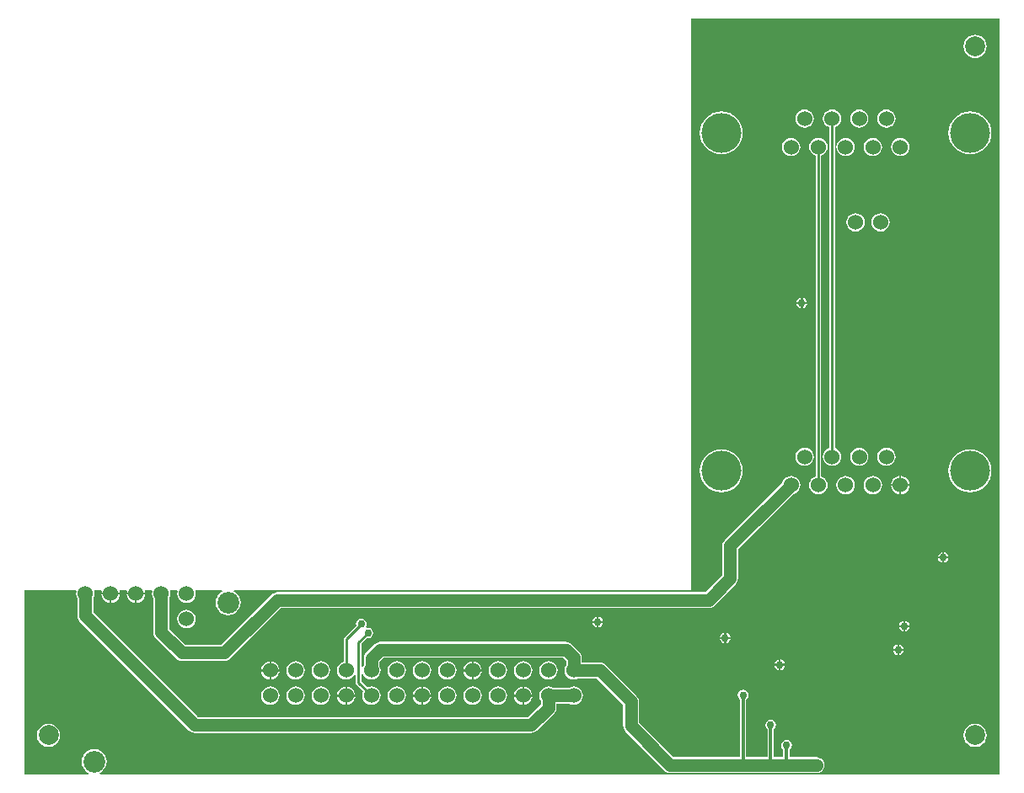
<source format=gbl>
G04 Layer_Physical_Order=2*
G04 Layer_Color=16711680*
%FSLAX44Y44*%
%MOMM*%
G71*
G01*
G75*
%ADD18C,0.2540*%
%ADD21C,0.3048*%
%ADD22C,1.5240*%
%ADD23C,4.0000*%
%ADD24C,2.1844*%
%ADD25C,2.0000*%
%ADD26C,0.7620*%
%ADD27C,1.2700*%
G36*
X990000Y10000D02*
X85992D01*
X85739Y11270D01*
X86139Y11436D01*
X86297Y11593D01*
X86512Y11651D01*
X88794Y13402D01*
X88905Y13595D01*
X89098Y13706D01*
X90849Y15988D01*
X90907Y16203D01*
X91064Y16361D01*
X92165Y19017D01*
Y19240D01*
X92276Y19433D01*
X92652Y22285D01*
X92594Y22500D01*
X92652Y22715D01*
X92276Y25566D01*
X92165Y25760D01*
Y25982D01*
X91064Y28639D01*
X90907Y28797D01*
X90849Y29012D01*
X89098Y31294D01*
X88905Y31405D01*
X88794Y31598D01*
X86512Y33349D01*
X86297Y33407D01*
X86139Y33564D01*
X83483Y34665D01*
X83259D01*
X83067Y34776D01*
X80215Y35152D01*
X80105Y35122D01*
X80000Y35166D01*
X79895Y35122D01*
X79785Y35152D01*
X76933Y34776D01*
X76740Y34665D01*
X76518D01*
X73861Y33564D01*
X73703Y33407D01*
X73488Y33349D01*
X71206Y31598D01*
X71095Y31405D01*
X70902Y31294D01*
X69151Y29012D01*
X69093Y28797D01*
X68936Y28639D01*
X67835Y25982D01*
Y25760D01*
X67724Y25566D01*
X67348Y22715D01*
X67406Y22500D01*
X67348Y22285D01*
X67724Y19433D01*
X67835Y19240D01*
Y19017D01*
X68936Y16361D01*
X69093Y16203D01*
X69151Y15988D01*
X70902Y13706D01*
X71095Y13595D01*
X71206Y13402D01*
X73488Y11651D01*
X73703Y11593D01*
X73861Y11436D01*
X74261Y11270D01*
X74008Y10000D01*
X10000D01*
Y195000D01*
X61557D01*
X62183Y194062D01*
X62193Y193730D01*
X61887Y191410D01*
X62201Y189023D01*
X63123Y186799D01*
X63168Y186740D01*
Y169428D01*
X63168Y169428D01*
X63303Y168400D01*
X63439Y167372D01*
X64232Y165457D01*
X65494Y163812D01*
X175486Y53820D01*
X177131Y52558D01*
X179046Y51765D01*
X180074Y51629D01*
X181102Y51494D01*
X181102Y51494D01*
X519176D01*
X519176Y51494D01*
X520204Y51629D01*
X521231Y51765D01*
X523147Y52558D01*
X524792Y53820D01*
X542216Y71244D01*
X543478Y72889D01*
X543943Y74011D01*
X544271Y74805D01*
X544407Y75832D01*
X544542Y76860D01*
X544542Y76860D01*
Y80958D01*
X557329D01*
X557388Y80913D01*
X559613Y79991D01*
X562000Y79677D01*
X564387Y79991D01*
X566611Y80913D01*
X568522Y82378D01*
X569987Y84289D01*
X570909Y86513D01*
X571223Y88900D01*
X570909Y91287D01*
X569987Y93511D01*
X568522Y95422D01*
X566611Y96887D01*
X564387Y97809D01*
X562000Y98123D01*
X559613Y97809D01*
X557388Y96887D01*
X557329Y96842D01*
X541270D01*
X541211Y96887D01*
X538987Y97809D01*
X536600Y98123D01*
X534213Y97809D01*
X531988Y96887D01*
X530078Y95422D01*
X528613Y93511D01*
X527691Y91287D01*
X527377Y88900D01*
X527691Y86513D01*
X528613Y84289D01*
X528658Y84229D01*
Y80150D01*
X515886Y67378D01*
X184392D01*
X79052Y172718D01*
Y186740D01*
X79097Y186799D01*
X80019Y189023D01*
X80333Y191410D01*
X80027Y193730D01*
X80037Y194062D01*
X80663Y195000D01*
X86957D01*
X87583Y194062D01*
X87592Y193730D01*
X87421Y192426D01*
X96510D01*
X105599D01*
X105427Y193730D01*
X105437Y194062D01*
X106063Y195000D01*
X112357D01*
X112983Y194062D01*
X112992Y193730D01*
X112821Y192426D01*
X121910D01*
Y191410D01*
D01*
Y192426D01*
X130999D01*
X130827Y193730D01*
X130837Y194062D01*
X131463Y195000D01*
X137757D01*
X138383Y194062D01*
X138392Y193730D01*
X138087Y191410D01*
X138401Y189023D01*
X139323Y186799D01*
X139368Y186740D01*
Y152690D01*
X139368Y152690D01*
X139503Y151662D01*
X139639Y150634D01*
X140432Y148719D01*
X141694Y147074D01*
X162384Y126384D01*
X164029Y125122D01*
X165944Y124329D01*
X168000Y124058D01*
X211000D01*
X211000Y124058D01*
X212028Y124193D01*
X213055Y124329D01*
X214971Y125122D01*
X216616Y126384D01*
X267290Y177058D01*
X697500D01*
X697500Y177058D01*
X699556Y177329D01*
X701471Y178122D01*
X703116Y179384D01*
X724616Y200884D01*
X724616Y200884D01*
X725878Y202529D01*
X726671Y204445D01*
X726942Y206500D01*
X726942Y206500D01*
Y236310D01*
X782513Y291882D01*
X782587Y291891D01*
X784811Y292813D01*
X786722Y294278D01*
X788187Y296189D01*
X789109Y298413D01*
X789423Y300800D01*
X789109Y303187D01*
X788187Y305411D01*
X786722Y307322D01*
X784811Y308787D01*
X782587Y309709D01*
X780200Y310023D01*
X777813Y309709D01*
X775589Y308787D01*
X773678Y307322D01*
X772213Y305411D01*
X771291Y303187D01*
X771282Y303113D01*
X713384Y245216D01*
X712122Y243571D01*
X711329Y241656D01*
X711058Y239600D01*
X711058Y239600D01*
Y209790D01*
X694210Y192942D01*
X264000D01*
X261945Y192671D01*
X260029Y191878D01*
X258384Y190616D01*
X258384Y190616D01*
X207710Y139942D01*
X171290D01*
X155252Y155980D01*
Y186740D01*
X155297Y186799D01*
X156219Y189023D01*
X156533Y191410D01*
X156227Y193730D01*
X156237Y194062D01*
X156863Y195000D01*
X163157D01*
X163783Y194062D01*
X163792Y193730D01*
X163487Y191410D01*
X163801Y189023D01*
X164723Y186799D01*
X166188Y184888D01*
X168099Y183423D01*
X170323Y182501D01*
X172710Y182187D01*
X175097Y182501D01*
X177321Y183423D01*
X179232Y184888D01*
X180697Y186799D01*
X181619Y189023D01*
X181933Y191410D01*
X181627Y193730D01*
X181637Y194062D01*
X182263Y195000D01*
X208580D01*
X208832Y193730D01*
X208481Y193584D01*
X208323Y193427D01*
X208108Y193369D01*
X205826Y191618D01*
X205715Y191425D01*
X205522Y191314D01*
X203771Y189032D01*
X203713Y188817D01*
X203556Y188659D01*
X202455Y186003D01*
Y185780D01*
X202344Y185586D01*
X201968Y182735D01*
X202026Y182520D01*
X201968Y182305D01*
X202344Y179454D01*
X202455Y179260D01*
Y179037D01*
X203556Y176381D01*
X203713Y176223D01*
X203771Y176008D01*
X205522Y173726D01*
X205715Y173615D01*
X205826Y173422D01*
X208108Y171671D01*
X208323Y171613D01*
X208481Y171456D01*
X211138Y170355D01*
X211360D01*
X211553Y170244D01*
X214405Y169868D01*
X214515Y169898D01*
X214620Y169854D01*
X214725Y169898D01*
X214835Y169868D01*
X217687Y170244D01*
X217880Y170355D01*
X218102D01*
X220759Y171456D01*
X220917Y171613D01*
X221132Y171671D01*
X223414Y173422D01*
X223525Y173615D01*
X223718Y173726D01*
X225469Y176008D01*
X225527Y176223D01*
X225684Y176381D01*
X226785Y179037D01*
Y179260D01*
X226896Y179454D01*
X227272Y182305D01*
X227214Y182520D01*
X227272Y182735D01*
X226896Y185586D01*
X226785Y185780D01*
Y186003D01*
X225684Y188659D01*
X225527Y188817D01*
X225469Y189032D01*
X223718Y191314D01*
X223525Y191425D01*
X223414Y191618D01*
X221132Y193369D01*
X220917Y193427D01*
X220759Y193584D01*
X220408Y193730D01*
X220660Y195000D01*
X680000D01*
Y770000D01*
X990000D01*
Y10000D01*
D02*
G37*
%LPC*%
G36*
X469489Y113284D02*
X461416D01*
Y105211D01*
X462787Y105391D01*
X465011Y106313D01*
X466922Y107778D01*
X468387Y109689D01*
X469309Y111913D01*
X469489Y113284D01*
D02*
G37*
G36*
X266289D02*
X258216D01*
Y105211D01*
X259587Y105391D01*
X261811Y106313D01*
X263722Y107778D01*
X265187Y109689D01*
X266109Y111913D01*
X266289Y113284D01*
D02*
G37*
G36*
X767734Y118984D02*
X763514D01*
X763726Y117919D01*
X764905Y116154D01*
X766669Y114975D01*
X767734Y114763D01*
Y118984D01*
D02*
G37*
G36*
X459384Y123389D02*
X458013Y123209D01*
X455788Y122287D01*
X453878Y120822D01*
X452413Y118911D01*
X451491Y116687D01*
X451311Y115316D01*
X459384D01*
Y123389D01*
D02*
G37*
G36*
X773987Y118984D02*
X769766D01*
Y114763D01*
X770832Y114975D01*
X772596Y116154D01*
X773775Y117919D01*
X773987Y118984D01*
D02*
G37*
G36*
X459384Y113284D02*
X451311D01*
X451491Y111913D01*
X452413Y109689D01*
X453878Y107778D01*
X455788Y106313D01*
X458013Y105391D01*
X459384Y105211D01*
Y113284D01*
D02*
G37*
G36*
X485800Y123523D02*
X483413Y123209D01*
X481189Y122287D01*
X479278Y120822D01*
X477813Y118911D01*
X476891Y116687D01*
X476577Y114300D01*
X476891Y111913D01*
X477813Y109689D01*
X479278Y107778D01*
X481189Y106313D01*
X483413Y105391D01*
X485800Y105077D01*
X488187Y105391D01*
X490411Y106313D01*
X492322Y107778D01*
X493787Y109689D01*
X494709Y111913D01*
X495023Y114300D01*
X494709Y116687D01*
X493787Y118911D01*
X492322Y120822D01*
X490411Y122287D01*
X488187Y123209D01*
X485800Y123523D01*
D02*
G37*
G36*
X435000D02*
X432613Y123209D01*
X430388Y122287D01*
X428478Y120822D01*
X427013Y118911D01*
X426091Y116687D01*
X425777Y114300D01*
X426091Y111913D01*
X427013Y109689D01*
X428478Y107778D01*
X430388Y106313D01*
X432613Y105391D01*
X435000Y105077D01*
X437387Y105391D01*
X439611Y106313D01*
X441522Y107778D01*
X442987Y109689D01*
X443909Y111913D01*
X444223Y114300D01*
X443909Y116687D01*
X442987Y118911D01*
X441522Y120822D01*
X439611Y122287D01*
X437387Y123209D01*
X435000Y123523D01*
D02*
G37*
G36*
X511200D02*
X508813Y123209D01*
X506589Y122287D01*
X504678Y120822D01*
X503213Y118911D01*
X502291Y116687D01*
X501977Y114300D01*
X502291Y111913D01*
X503213Y109689D01*
X504678Y107778D01*
X506589Y106313D01*
X508813Y105391D01*
X511200Y105077D01*
X513587Y105391D01*
X515811Y106313D01*
X517722Y107778D01*
X519187Y109689D01*
X520109Y111913D01*
X520423Y114300D01*
X520109Y116687D01*
X519187Y118911D01*
X517722Y120822D01*
X515811Y122287D01*
X513587Y123209D01*
X511200Y123523D01*
D02*
G37*
G36*
X256184Y113284D02*
X248111D01*
X248291Y111913D01*
X249213Y109689D01*
X250678Y107778D01*
X252589Y106313D01*
X254813Y105391D01*
X256184Y105211D01*
Y113284D01*
D02*
G37*
G36*
X536600Y123523D02*
X534213Y123209D01*
X531988Y122287D01*
X530078Y120822D01*
X528613Y118911D01*
X527691Y116687D01*
X527377Y114300D01*
X527691Y111913D01*
X528613Y109689D01*
X530078Y107778D01*
X531988Y106313D01*
X534213Y105391D01*
X536600Y105077D01*
X538987Y105391D01*
X541211Y106313D01*
X543122Y107778D01*
X544587Y109689D01*
X545509Y111913D01*
X545823Y114300D01*
X545509Y116687D01*
X544587Y118911D01*
X543122Y120822D01*
X541211Y122287D01*
X538987Y123209D01*
X536600Y123523D01*
D02*
G37*
G36*
X256184Y123389D02*
X254813Y123209D01*
X252589Y122287D01*
X250678Y120822D01*
X249213Y118911D01*
X248291Y116687D01*
X248111Y115316D01*
X256184D01*
Y123389D01*
D02*
G37*
G36*
X886984Y140236D02*
X885919Y140024D01*
X884155Y138845D01*
X882976Y137081D01*
X882764Y136016D01*
X886984D01*
Y140236D01*
D02*
G37*
G36*
X893237Y133984D02*
X889016D01*
Y129763D01*
X890081Y129975D01*
X891846Y131154D01*
X893025Y132919D01*
X893237Y133984D01*
D02*
G37*
G36*
X889016Y140236D02*
Y136016D01*
X893237D01*
X893025Y137081D01*
X891846Y138845D01*
X890081Y140024D01*
X889016Y140236D01*
D02*
G37*
G36*
X719237Y145984D02*
X715016D01*
Y141763D01*
X716081Y141975D01*
X717846Y143154D01*
X719025Y144919D01*
X719237Y145984D01*
D02*
G37*
G36*
X712984D02*
X708764D01*
X708976Y144919D01*
X710154Y143154D01*
X711919Y141975D01*
X712984Y141763D01*
Y145984D01*
D02*
G37*
G36*
X886984Y133984D02*
X882764D01*
X882976Y132919D01*
X884155Y131154D01*
X885919Y129975D01*
X886984Y129763D01*
Y133984D01*
D02*
G37*
G36*
X461416Y123389D02*
Y115316D01*
X469489D01*
X469309Y116687D01*
X468387Y118911D01*
X466922Y120822D01*
X465011Y122287D01*
X462787Y123209D01*
X461416Y123389D01*
D02*
G37*
G36*
X348488Y166474D02*
X346407Y166061D01*
X344642Y164882D01*
X343464Y163117D01*
X343050Y161036D01*
X343283Y159860D01*
X331386Y147962D01*
X330768Y147038D01*
X330551Y145948D01*
X330551Y145948D01*
Y123017D01*
X328788Y122287D01*
X326878Y120822D01*
X325413Y118911D01*
X324491Y116687D01*
X324177Y114300D01*
X324491Y111913D01*
X325413Y109689D01*
X326878Y107778D01*
X328788Y106313D01*
X331013Y105391D01*
X333400Y105077D01*
X335787Y105391D01*
X338011Y106313D01*
X339922Y107778D01*
X341387Y109689D01*
X341575Y110142D01*
X342845Y109890D01*
Y102006D01*
X342845Y102006D01*
X343062Y100916D01*
X343680Y99992D01*
X350621Y93050D01*
X349891Y91287D01*
X349577Y88900D01*
X349891Y86513D01*
X350813Y84289D01*
X352278Y82378D01*
X354188Y80913D01*
X356413Y79991D01*
X358800Y79677D01*
X361187Y79991D01*
X363411Y80913D01*
X365322Y82378D01*
X366787Y84289D01*
X367709Y86513D01*
X368023Y88900D01*
X367709Y91287D01*
X366787Y93511D01*
X365322Y95422D01*
X363411Y96887D01*
X361187Y97809D01*
X358800Y98123D01*
X356413Y97809D01*
X354650Y97079D01*
X348543Y103186D01*
Y112427D01*
X349813Y112510D01*
X349891Y111913D01*
X350813Y109689D01*
X352278Y107778D01*
X354188Y106313D01*
X356413Y105391D01*
X358800Y105077D01*
X361187Y105391D01*
X363411Y106313D01*
X365322Y107778D01*
X366787Y109689D01*
X367709Y111913D01*
X368023Y114300D01*
X367709Y116687D01*
X366787Y118911D01*
X366742Y118970D01*
Y123100D01*
X370764Y127122D01*
X550748D01*
X554058Y123812D01*
Y118970D01*
X554013Y118911D01*
X553091Y116687D01*
X552777Y114300D01*
X553091Y111913D01*
X554013Y109689D01*
X555478Y107778D01*
X557388Y106313D01*
X559613Y105391D01*
X562000Y105077D01*
X564387Y105391D01*
X566611Y106313D01*
X566670Y106358D01*
X584974D01*
X611558Y79774D01*
Y58426D01*
X611558Y58426D01*
X611693Y57398D01*
X611829Y56371D01*
X612622Y54455D01*
X613884Y52810D01*
X653060Y13634D01*
X653060Y13634D01*
X654705Y12372D01*
X656620Y11579D01*
X658676Y11308D01*
X805942D01*
X807998Y11579D01*
X809913Y12372D01*
X811558Y13634D01*
X812820Y15279D01*
X813613Y17194D01*
X813884Y19250D01*
X813613Y21305D01*
X812820Y23221D01*
X811558Y24866D01*
X809913Y26128D01*
X807998Y26921D01*
X805942Y27192D01*
X778608D01*
Y34661D01*
X779346Y35154D01*
X780525Y36919D01*
X780938Y39000D01*
X780525Y41081D01*
X779346Y42846D01*
X777581Y44025D01*
X775500Y44439D01*
X773419Y44025D01*
X771654Y42846D01*
X770475Y41081D01*
X770061Y39000D01*
X770475Y36919D01*
X771654Y35154D01*
X772392Y34661D01*
Y27192D01*
X762858D01*
Y55161D01*
X763596Y55654D01*
X764774Y57419D01*
X765189Y59500D01*
X764774Y61581D01*
X763596Y63346D01*
X761831Y64524D01*
X759750Y64939D01*
X757669Y64524D01*
X755904Y63346D01*
X754725Y61581D01*
X754312Y59500D01*
X754725Y57419D01*
X755904Y55654D01*
X756642Y55161D01*
Y27192D01*
X735108D01*
Y85161D01*
X735846Y85654D01*
X737025Y87419D01*
X737439Y89500D01*
X737025Y91581D01*
X735846Y93346D01*
X734081Y94524D01*
X732000Y94938D01*
X729919Y94524D01*
X728154Y93346D01*
X726975Y91581D01*
X726562Y89500D01*
X726975Y87419D01*
X728154Y85654D01*
X728892Y85161D01*
Y27192D01*
X661966D01*
X627442Y61716D01*
Y83064D01*
X627442Y83064D01*
X627171Y85119D01*
X626378Y87035D01*
X625116Y88680D01*
X593880Y119916D01*
X592235Y121178D01*
X590320Y121971D01*
X589292Y122107D01*
X588264Y122242D01*
X588264Y122242D01*
X569942D01*
Y127102D01*
X569942Y127102D01*
X569671Y129157D01*
X568878Y131073D01*
X567616Y132718D01*
X559654Y140680D01*
X558009Y141942D01*
X556093Y142735D01*
X555066Y142871D01*
X554038Y143006D01*
X554038Y143006D01*
X367474D01*
X365419Y142735D01*
X363503Y141942D01*
X361858Y140680D01*
X361858Y140680D01*
X353184Y132006D01*
X351922Y130361D01*
X351129Y128446D01*
X350993Y127418D01*
X350858Y126390D01*
X350858Y126390D01*
Y118970D01*
X350813Y118911D01*
X349891Y116687D01*
X349813Y116090D01*
X348543Y116173D01*
Y141314D01*
X353916Y146687D01*
X355092Y146454D01*
X357173Y146868D01*
X358938Y148046D01*
X360117Y149811D01*
X360531Y151892D01*
X360117Y153973D01*
X358938Y155738D01*
X357173Y156917D01*
X355092Y157331D01*
X353780Y157070D01*
X353017Y158213D01*
X353512Y158955D01*
X353927Y161036D01*
X353512Y163117D01*
X352334Y164882D01*
X350569Y166061D01*
X348488Y166474D01*
D02*
G37*
G36*
X258216Y123389D02*
Y115316D01*
X266289D01*
X266109Y116687D01*
X265187Y118911D01*
X263722Y120822D01*
X261811Y122287D01*
X259587Y123209D01*
X258216Y123389D01*
D02*
G37*
G36*
X769766Y125236D02*
Y121016D01*
X773987D01*
X773775Y122081D01*
X772596Y123845D01*
X770832Y125024D01*
X769766Y125236D01*
D02*
G37*
G36*
X767734D02*
X766669Y125024D01*
X764905Y123845D01*
X763726Y122081D01*
X763514Y121016D01*
X767734D01*
Y125236D01*
D02*
G37*
G36*
X409600Y123523D02*
X407213Y123209D01*
X404989Y122287D01*
X403078Y120822D01*
X401613Y118911D01*
X400691Y116687D01*
X400377Y114300D01*
X400691Y111913D01*
X401613Y109689D01*
X403078Y107778D01*
X404989Y106313D01*
X407213Y105391D01*
X409600Y105077D01*
X411987Y105391D01*
X414211Y106313D01*
X416122Y107778D01*
X417587Y109689D01*
X418509Y111913D01*
X418823Y114300D01*
X418509Y116687D01*
X417587Y118911D01*
X416122Y120822D01*
X414211Y122287D01*
X411987Y123209D01*
X409600Y123523D01*
D02*
G37*
G36*
X485800Y98123D02*
X483413Y97809D01*
X481189Y96887D01*
X479278Y95422D01*
X477813Y93511D01*
X476891Y91287D01*
X476577Y88900D01*
X476891Y86513D01*
X477813Y84289D01*
X479278Y82378D01*
X481189Y80913D01*
X483413Y79991D01*
X485800Y79677D01*
X488187Y79991D01*
X490411Y80913D01*
X492322Y82378D01*
X493787Y84289D01*
X494709Y86513D01*
X495023Y88900D01*
X494709Y91287D01*
X493787Y93511D01*
X492322Y95422D01*
X490411Y96887D01*
X488187Y97809D01*
X485800Y98123D01*
D02*
G37*
G36*
X460400D02*
X458013Y97809D01*
X455788Y96887D01*
X453878Y95422D01*
X452413Y93511D01*
X451491Y91287D01*
X451177Y88900D01*
X451491Y86513D01*
X452413Y84289D01*
X453878Y82378D01*
X455788Y80913D01*
X458013Y79991D01*
X460400Y79677D01*
X462787Y79991D01*
X465011Y80913D01*
X466922Y82378D01*
X468387Y84289D01*
X469309Y86513D01*
X469623Y88900D01*
X469309Y91287D01*
X468387Y93511D01*
X466922Y95422D01*
X465011Y96887D01*
X462787Y97809D01*
X460400Y98123D01*
D02*
G37*
G36*
X435000D02*
X432613Y97809D01*
X430388Y96887D01*
X428478Y95422D01*
X427013Y93511D01*
X426091Y91287D01*
X425777Y88900D01*
X426091Y86513D01*
X427013Y84289D01*
X428478Y82378D01*
X430388Y80913D01*
X432613Y79991D01*
X435000Y79677D01*
X437387Y79991D01*
X439611Y80913D01*
X441522Y82378D01*
X442987Y84289D01*
X443909Y86513D01*
X444223Y88900D01*
X443909Y91287D01*
X442987Y93511D01*
X441522Y95422D01*
X439611Y96887D01*
X437387Y97809D01*
X435000Y98123D01*
D02*
G37*
G36*
X510184Y87884D02*
X502111D01*
X502291Y86513D01*
X503213Y84289D01*
X504678Y82378D01*
X506589Y80913D01*
X508813Y79991D01*
X510184Y79811D01*
Y87884D01*
D02*
G37*
G36*
X408584D02*
X400511D01*
X400691Y86513D01*
X401613Y84289D01*
X403078Y82378D01*
X404989Y80913D01*
X407213Y79991D01*
X408584Y79811D01*
Y87884D01*
D02*
G37*
G36*
X332384D02*
X324311D01*
X324491Y86513D01*
X325413Y84289D01*
X326878Y82378D01*
X328788Y80913D01*
X331013Y79991D01*
X332384Y79811D01*
Y87884D01*
D02*
G37*
G36*
X257200Y98123D02*
X254813Y97809D01*
X252589Y96887D01*
X250678Y95422D01*
X249213Y93511D01*
X248291Y91287D01*
X247977Y88900D01*
X248291Y86513D01*
X249213Y84289D01*
X250678Y82378D01*
X252589Y80913D01*
X254813Y79991D01*
X257200Y79677D01*
X259587Y79991D01*
X261811Y80913D01*
X263722Y82378D01*
X265187Y84289D01*
X266109Y86513D01*
X266423Y88900D01*
X266109Y91287D01*
X265187Y93511D01*
X263722Y95422D01*
X261811Y96887D01*
X259587Y97809D01*
X257200Y98123D01*
D02*
G37*
G36*
X965100Y60736D02*
X964995Y60692D01*
X964885Y60722D01*
X962274Y60378D01*
X962081Y60267D01*
X961858D01*
X959426Y59259D01*
X959268Y59102D01*
X959053Y59044D01*
X956964Y57441D01*
X956852Y57248D01*
X956659Y57136D01*
X955056Y55047D01*
X954999Y54832D01*
X954841Y54675D01*
X953833Y52242D01*
Y52019D01*
X953722Y51826D01*
X953378Y49215D01*
X953436Y49000D01*
X953378Y48785D01*
X953722Y46174D01*
X953833Y45981D01*
Y45758D01*
X954841Y43326D01*
X954999Y43168D01*
X955056Y42953D01*
X956659Y40864D01*
X956852Y40752D01*
X956964Y40559D01*
X959053Y38956D01*
X959268Y38899D01*
X959426Y38741D01*
X961858Y37734D01*
X962081D01*
X962274Y37622D01*
X964885Y37278D01*
X964995Y37308D01*
X965100Y37264D01*
X965205Y37308D01*
X965315Y37278D01*
X967926Y37622D01*
X968119Y37734D01*
X968342D01*
X970775Y38741D01*
X970932Y38899D01*
X971147Y38956D01*
X973236Y40559D01*
X973348Y40752D01*
X973541Y40864D01*
X975144Y42953D01*
X975201Y43168D01*
X975359Y43326D01*
X976367Y45758D01*
Y45981D01*
X976478Y46174D01*
X976822Y48785D01*
X976764Y49000D01*
X976822Y49215D01*
X976478Y51826D01*
X976367Y52019D01*
Y52242D01*
X975359Y54675D01*
X975201Y54832D01*
X975144Y55047D01*
X973541Y57136D01*
X973348Y57248D01*
X973236Y57441D01*
X971147Y59044D01*
X970932Y59102D01*
X970775Y59259D01*
X968342Y60267D01*
X968119D01*
X967926Y60378D01*
X965315Y60722D01*
X965205Y60692D01*
X965100Y60736D01*
D02*
G37*
G36*
X34200D02*
X34095Y60692D01*
X33985Y60722D01*
X31374Y60378D01*
X31181Y60267D01*
X30958D01*
X28526Y59259D01*
X28368Y59102D01*
X28153Y59044D01*
X26064Y57441D01*
X25952Y57248D01*
X25759Y57136D01*
X24156Y55047D01*
X24099Y54832D01*
X23941Y54675D01*
X22933Y52242D01*
Y52019D01*
X22822Y51826D01*
X22478Y49215D01*
X22536Y49000D01*
X22478Y48785D01*
X22822Y46174D01*
X22934Y45981D01*
Y45758D01*
X23941Y43326D01*
X24099Y43168D01*
X24156Y42953D01*
X25759Y40864D01*
X25952Y40752D01*
X26064Y40559D01*
X28153Y38956D01*
X28368Y38899D01*
X28526Y38741D01*
X30958Y37734D01*
X31181D01*
X31374Y37622D01*
X33985Y37278D01*
X34095Y37308D01*
X34200Y37264D01*
X34305Y37308D01*
X34416Y37278D01*
X37026Y37622D01*
X37219Y37734D01*
X37442D01*
X39875Y38741D01*
X40032Y38899D01*
X40248Y38956D01*
X42336Y40559D01*
X42448Y40752D01*
X42641Y40864D01*
X44244Y42953D01*
X44302Y43168D01*
X44459Y43326D01*
X45467Y45758D01*
Y45981D01*
X45578Y46174D01*
X45922Y48785D01*
X45864Y49000D01*
X45922Y49215D01*
X45578Y51826D01*
X45467Y52019D01*
Y52242D01*
X44459Y54675D01*
X44302Y54832D01*
X44244Y55047D01*
X42641Y57136D01*
X42448Y57248D01*
X42336Y57441D01*
X40248Y59044D01*
X40032Y59102D01*
X39875Y59259D01*
X37442Y60267D01*
X37219D01*
X37026Y60378D01*
X34416Y60722D01*
X34305Y60692D01*
X34200Y60736D01*
D02*
G37*
G36*
X384200Y98123D02*
X381813Y97809D01*
X379589Y96887D01*
X377678Y95422D01*
X376213Y93511D01*
X375291Y91287D01*
X374977Y88900D01*
X375291Y86513D01*
X376213Y84289D01*
X377678Y82378D01*
X379589Y80913D01*
X381813Y79991D01*
X384200Y79677D01*
X386587Y79991D01*
X388811Y80913D01*
X390722Y82378D01*
X392187Y84289D01*
X393109Y86513D01*
X393423Y88900D01*
X393109Y91287D01*
X392187Y93511D01*
X390722Y95422D01*
X388811Y96887D01*
X386587Y97809D01*
X384200Y98123D01*
D02*
G37*
G36*
X308000D02*
X305613Y97809D01*
X303389Y96887D01*
X301478Y95422D01*
X300013Y93511D01*
X299091Y91287D01*
X298777Y88900D01*
X299091Y86513D01*
X300013Y84289D01*
X301478Y82378D01*
X303389Y80913D01*
X305613Y79991D01*
X308000Y79677D01*
X310387Y79991D01*
X312611Y80913D01*
X314522Y82378D01*
X315987Y84289D01*
X316909Y86513D01*
X317223Y88900D01*
X316909Y91287D01*
X315987Y93511D01*
X314522Y95422D01*
X312611Y96887D01*
X310387Y97809D01*
X308000Y98123D01*
D02*
G37*
G36*
X282600D02*
X280213Y97809D01*
X277988Y96887D01*
X276078Y95422D01*
X274613Y93511D01*
X273691Y91287D01*
X273377Y88900D01*
X273691Y86513D01*
X274613Y84289D01*
X276078Y82378D01*
X277988Y80913D01*
X280213Y79991D01*
X282600Y79677D01*
X284987Y79991D01*
X287211Y80913D01*
X289122Y82378D01*
X290587Y84289D01*
X291509Y86513D01*
X291823Y88900D01*
X291509Y91287D01*
X290587Y93511D01*
X289122Y95422D01*
X287211Y96887D01*
X284987Y97809D01*
X282600Y98123D01*
D02*
G37*
G36*
X410616Y97989D02*
Y89916D01*
X418689D01*
X418509Y91287D01*
X417587Y93511D01*
X416122Y95422D01*
X414211Y96887D01*
X411987Y97809D01*
X410616Y97989D01*
D02*
G37*
G36*
X334416D02*
Y89916D01*
X342489D01*
X342309Y91287D01*
X341387Y93511D01*
X339922Y95422D01*
X338011Y96887D01*
X335787Y97809D01*
X334416Y97989D01*
D02*
G37*
G36*
X512216D02*
Y89916D01*
X520289D01*
X520109Y91287D01*
X519187Y93511D01*
X517722Y95422D01*
X515811Y96887D01*
X513587Y97809D01*
X512216Y97989D01*
D02*
G37*
G36*
X384200Y123523D02*
X381813Y123209D01*
X379589Y122287D01*
X377678Y120822D01*
X376213Y118911D01*
X375291Y116687D01*
X374977Y114300D01*
X375291Y111913D01*
X376213Y109689D01*
X377678Y107778D01*
X379589Y106313D01*
X381813Y105391D01*
X384200Y105077D01*
X386587Y105391D01*
X388811Y106313D01*
X390722Y107778D01*
X392187Y109689D01*
X393109Y111913D01*
X393423Y114300D01*
X393109Y116687D01*
X392187Y118911D01*
X390722Y120822D01*
X388811Y122287D01*
X386587Y123209D01*
X384200Y123523D01*
D02*
G37*
G36*
X308000D02*
X305613Y123209D01*
X303389Y122287D01*
X301478Y120822D01*
X300013Y118911D01*
X299091Y116687D01*
X298777Y114300D01*
X299091Y111913D01*
X300013Y109689D01*
X301478Y107778D01*
X303389Y106313D01*
X305613Y105391D01*
X308000Y105077D01*
X310387Y105391D01*
X312611Y106313D01*
X314522Y107778D01*
X315987Y109689D01*
X316909Y111913D01*
X317223Y114300D01*
X316909Y116687D01*
X315987Y118911D01*
X314522Y120822D01*
X312611Y122287D01*
X310387Y123209D01*
X308000Y123523D01*
D02*
G37*
G36*
X282600D02*
X280213Y123209D01*
X277988Y122287D01*
X276078Y120822D01*
X274613Y118911D01*
X273691Y116687D01*
X273377Y114300D01*
X273691Y111913D01*
X274613Y109689D01*
X276078Y107778D01*
X277988Y106313D01*
X280213Y105391D01*
X282600Y105077D01*
X284987Y105391D01*
X287211Y106313D01*
X289122Y107778D01*
X290587Y109689D01*
X291509Y111913D01*
X291823Y114300D01*
X291509Y116687D01*
X290587Y118911D01*
X289122Y120822D01*
X287211Y122287D01*
X284987Y123209D01*
X282600Y123523D01*
D02*
G37*
G36*
X520289Y87884D02*
X512216D01*
Y79811D01*
X513587Y79991D01*
X515811Y80913D01*
X517722Y82378D01*
X519187Y84289D01*
X520109Y86513D01*
X520289Y87884D01*
D02*
G37*
G36*
X418689D02*
X410616D01*
Y79811D01*
X411987Y79991D01*
X414211Y80913D01*
X416122Y82378D01*
X417587Y84289D01*
X418509Y86513D01*
X418689Y87884D01*
D02*
G37*
G36*
X342489D02*
X334416D01*
Y79811D01*
X335787Y79991D01*
X338011Y80913D01*
X339922Y82378D01*
X341387Y84289D01*
X342309Y86513D01*
X342489Y87884D01*
D02*
G37*
G36*
X408584Y97989D02*
X407213Y97809D01*
X404989Y96887D01*
X403078Y95422D01*
X401613Y93511D01*
X400691Y91287D01*
X400511Y89916D01*
X408584D01*
Y97989D01*
D02*
G37*
G36*
X332384D02*
X331013Y97809D01*
X328788Y96887D01*
X326878Y95422D01*
X325413Y93511D01*
X324491Y91287D01*
X324311Y89916D01*
X332384D01*
Y97989D01*
D02*
G37*
G36*
X510184D02*
X508813Y97809D01*
X506589Y96887D01*
X504678Y95422D01*
X503213Y93511D01*
X502291Y91287D01*
X502111Y89916D01*
X510184D01*
Y97989D01*
D02*
G37*
G36*
X789984Y482734D02*
X785763D01*
X785975Y481669D01*
X787154Y479905D01*
X788919Y478726D01*
X789984Y478514D01*
Y482734D01*
D02*
G37*
G36*
X876100Y338423D02*
X873713Y338109D01*
X871489Y337187D01*
X869578Y335722D01*
X868113Y333811D01*
X867191Y331587D01*
X866877Y329200D01*
X867191Y326813D01*
X868113Y324589D01*
X869578Y322678D01*
X871489Y321213D01*
X873713Y320291D01*
X876100Y319977D01*
X878487Y320291D01*
X880711Y321213D01*
X882622Y322678D01*
X884087Y324589D01*
X885009Y326813D01*
X885323Y329200D01*
X885009Y331587D01*
X884087Y333811D01*
X882622Y335722D01*
X880711Y337187D01*
X878487Y338109D01*
X876100Y338423D01*
D02*
G37*
G36*
X848700D02*
X846313Y338109D01*
X844089Y337187D01*
X842178Y335722D01*
X840713Y333811D01*
X839791Y331587D01*
X839477Y329200D01*
X839791Y326813D01*
X840713Y324589D01*
X842178Y322678D01*
X844089Y321213D01*
X846313Y320291D01*
X848700Y319977D01*
X851087Y320291D01*
X853311Y321213D01*
X855222Y322678D01*
X856687Y324589D01*
X857609Y326813D01*
X857923Y329200D01*
X857609Y331587D01*
X856687Y333811D01*
X855222Y335722D01*
X853311Y337187D01*
X851087Y338109D01*
X848700Y338423D01*
D02*
G37*
G36*
X792016Y488987D02*
Y484766D01*
X796236D01*
X796024Y485831D01*
X794845Y487596D01*
X793081Y488775D01*
X792016Y488987D01*
D02*
G37*
G36*
X789984D02*
X788919Y488775D01*
X787154Y487596D01*
X785975Y485831D01*
X785763Y484766D01*
X789984D01*
Y488987D01*
D02*
G37*
G36*
X796236Y482734D02*
X792016D01*
Y478514D01*
X793081Y478726D01*
X794845Y479905D01*
X796024Y481669D01*
X796236Y482734D01*
D02*
G37*
G36*
X888784Y309889D02*
X887413Y309709D01*
X885189Y308787D01*
X883278Y307322D01*
X881813Y305411D01*
X880891Y303187D01*
X880711Y301816D01*
X888784D01*
Y309889D01*
D02*
G37*
G36*
X959950Y336628D02*
X955731Y336213D01*
X951673Y334982D01*
X947934Y332983D01*
X944657Y330293D01*
X941967Y327016D01*
X939968Y323277D01*
X938737Y319219D01*
X938322Y315000D01*
X938737Y310781D01*
X939968Y306723D01*
X941967Y302984D01*
X944657Y299707D01*
X947934Y297017D01*
X951673Y295018D01*
X955731Y293787D01*
X959950Y293372D01*
X964169Y293787D01*
X968227Y295018D01*
X971966Y297017D01*
X975243Y299707D01*
X977933Y302984D01*
X979932Y306723D01*
X981163Y310781D01*
X981578Y315000D01*
X981163Y319219D01*
X979932Y323277D01*
X977933Y327016D01*
X975243Y330293D01*
X971966Y332983D01*
X968227Y334982D01*
X964169Y336213D01*
X959950Y336628D01*
D02*
G37*
G36*
X710050D02*
X705831Y336213D01*
X701773Y334982D01*
X698034Y332983D01*
X694757Y330293D01*
X692067Y327016D01*
X690068Y323277D01*
X688838Y319219D01*
X688422Y315000D01*
X688838Y310781D01*
X690068Y306723D01*
X692067Y302984D01*
X694757Y299707D01*
X698034Y297017D01*
X701773Y295018D01*
X705831Y293787D01*
X710050Y293372D01*
X714269Y293787D01*
X718327Y295018D01*
X722066Y297017D01*
X725343Y299707D01*
X728033Y302984D01*
X730032Y306723D01*
X731263Y310781D01*
X731678Y315000D01*
X731263Y319219D01*
X730032Y323277D01*
X728033Y327016D01*
X725343Y330293D01*
X722066Y332983D01*
X718327Y334982D01*
X714269Y336213D01*
X710050Y336628D01*
D02*
G37*
G36*
X821300Y678423D02*
X818913Y678109D01*
X816689Y677187D01*
X814778Y675722D01*
X813313Y673811D01*
X812391Y671587D01*
X812077Y669200D01*
X812391Y666813D01*
X813313Y664589D01*
X814778Y662678D01*
X816689Y661213D01*
X818451Y660483D01*
Y337917D01*
X816689Y337187D01*
X814778Y335722D01*
X813313Y333811D01*
X812391Y331587D01*
X812077Y329200D01*
X812391Y326813D01*
X813313Y324589D01*
X814778Y322678D01*
X816689Y321213D01*
X818913Y320291D01*
X821300Y319977D01*
X823687Y320291D01*
X825911Y321213D01*
X827822Y322678D01*
X829287Y324589D01*
X830209Y326813D01*
X830523Y329200D01*
X830209Y331587D01*
X829287Y333811D01*
X827822Y335722D01*
X825911Y337187D01*
X824149Y337917D01*
Y660483D01*
X825911Y661213D01*
X827822Y662678D01*
X829287Y664589D01*
X830209Y666813D01*
X830523Y669200D01*
X830209Y671587D01*
X829287Y673811D01*
X827822Y675722D01*
X825911Y677187D01*
X823687Y678109D01*
X821300Y678423D01*
D02*
G37*
G36*
X793900Y338423D02*
X791513Y338109D01*
X789289Y337187D01*
X787378Y335722D01*
X785913Y333811D01*
X784991Y331587D01*
X784677Y329200D01*
X784991Y326813D01*
X785913Y324589D01*
X787378Y322678D01*
X789289Y321213D01*
X791513Y320291D01*
X793900Y319977D01*
X796287Y320291D01*
X798512Y321213D01*
X800422Y322678D01*
X801887Y324589D01*
X802809Y326813D01*
X803123Y329200D01*
X802809Y331587D01*
X801887Y333811D01*
X800422Y335722D01*
X798512Y337187D01*
X796287Y338109D01*
X793900Y338423D01*
D02*
G37*
G36*
X890816Y309889D02*
Y301816D01*
X898889D01*
X898709Y303187D01*
X897787Y305411D01*
X896322Y307322D01*
X894411Y308787D01*
X892187Y309709D01*
X890816Y309889D01*
D02*
G37*
G36*
X793900Y678423D02*
X791513Y678109D01*
X789289Y677187D01*
X787378Y675722D01*
X785913Y673811D01*
X784991Y671587D01*
X784677Y669200D01*
X784991Y666813D01*
X785913Y664589D01*
X787378Y662678D01*
X789289Y661213D01*
X791513Y660291D01*
X793900Y659977D01*
X796287Y660291D01*
X798512Y661213D01*
X800422Y662678D01*
X801887Y664589D01*
X802809Y666813D01*
X803123Y669200D01*
X802809Y671587D01*
X801887Y673811D01*
X800422Y675722D01*
X798512Y677187D01*
X796287Y678109D01*
X793900Y678423D01*
D02*
G37*
G36*
X959950Y676628D02*
X955731Y676213D01*
X951673Y674982D01*
X947934Y672983D01*
X944657Y670293D01*
X941967Y667016D01*
X939968Y663277D01*
X938737Y659220D01*
X938322Y655000D01*
X938737Y650781D01*
X939968Y646723D01*
X941967Y642984D01*
X944657Y639707D01*
X947934Y637017D01*
X951673Y635018D01*
X955731Y633787D01*
X959950Y633372D01*
X964169Y633787D01*
X968227Y635018D01*
X971966Y637017D01*
X975243Y639707D01*
X977933Y642984D01*
X979932Y646723D01*
X981163Y650781D01*
X981578Y655000D01*
X981163Y659220D01*
X979932Y663277D01*
X977933Y667016D01*
X975243Y670293D01*
X971966Y672983D01*
X968227Y674982D01*
X964169Y676213D01*
X959950Y676628D01*
D02*
G37*
G36*
X710050D02*
X705831Y676213D01*
X701773Y674982D01*
X698034Y672983D01*
X694757Y670293D01*
X692067Y667016D01*
X690068Y663277D01*
X688838Y659220D01*
X688422Y655000D01*
X688838Y650781D01*
X690068Y646723D01*
X692067Y642984D01*
X694757Y639707D01*
X698034Y637017D01*
X701773Y635018D01*
X705831Y633787D01*
X710050Y633372D01*
X714269Y633787D01*
X718327Y635018D01*
X722066Y637017D01*
X725343Y639707D01*
X728033Y642984D01*
X730032Y646723D01*
X731263Y650781D01*
X731678Y655000D01*
X731263Y659220D01*
X730032Y663277D01*
X728033Y667016D01*
X725343Y670293D01*
X722066Y672983D01*
X718327Y674982D01*
X714269Y676213D01*
X710050Y676628D01*
D02*
G37*
G36*
X965100Y753636D02*
X964995Y753592D01*
X964885Y753622D01*
X962274Y753278D01*
X962081Y753167D01*
X961858D01*
X959426Y752159D01*
X959268Y752001D01*
X959053Y751944D01*
X956964Y750341D01*
X956852Y750148D01*
X956659Y750036D01*
X955056Y747947D01*
X954999Y747732D01*
X954841Y747574D01*
X953833Y745142D01*
Y744919D01*
X953722Y744726D01*
X953378Y742115D01*
X953436Y741900D01*
X953378Y741685D01*
X953722Y739074D01*
X953833Y738881D01*
Y738658D01*
X954841Y736226D01*
X954999Y736068D01*
X955056Y735853D01*
X956659Y733764D01*
X956852Y733652D01*
X956964Y733459D01*
X959053Y731856D01*
X959268Y731798D01*
X959426Y731641D01*
X961858Y730633D01*
X962081D01*
X962274Y730522D01*
X964885Y730178D01*
X964995Y730208D01*
X965100Y730164D01*
X965205Y730208D01*
X965315Y730178D01*
X967926Y730522D01*
X968119Y730633D01*
X968342D01*
X970775Y731641D01*
X970932Y731798D01*
X971147Y731856D01*
X973236Y733459D01*
X973348Y733652D01*
X973541Y733764D01*
X975144Y735853D01*
X975201Y736068D01*
X975359Y736226D01*
X976367Y738658D01*
Y738881D01*
X976478Y739074D01*
X976822Y741685D01*
X976764Y741900D01*
X976822Y742115D01*
X976478Y744726D01*
X976367Y744919D01*
Y745142D01*
X975359Y747574D01*
X975201Y747732D01*
X975144Y747947D01*
X973541Y750036D01*
X973348Y750148D01*
X973236Y750341D01*
X971147Y751944D01*
X970932Y752001D01*
X970775Y752159D01*
X968342Y753167D01*
X968119D01*
X967926Y753278D01*
X965315Y753622D01*
X965205Y753592D01*
X965100Y753636D01*
D02*
G37*
G36*
X876100Y678423D02*
X873713Y678109D01*
X871489Y677187D01*
X869578Y675722D01*
X868113Y673811D01*
X867191Y671587D01*
X866877Y669200D01*
X867191Y666813D01*
X868113Y664589D01*
X869578Y662678D01*
X871489Y661213D01*
X873713Y660291D01*
X876100Y659977D01*
X878487Y660291D01*
X880711Y661213D01*
X882622Y662678D01*
X884087Y664589D01*
X885009Y666813D01*
X885323Y669200D01*
X885009Y671587D01*
X884087Y673811D01*
X882622Y675722D01*
X880711Y677187D01*
X878487Y678109D01*
X876100Y678423D01*
D02*
G37*
G36*
X848700D02*
X846313Y678109D01*
X844089Y677187D01*
X842178Y675722D01*
X840713Y673811D01*
X839791Y671587D01*
X839477Y669200D01*
X839791Y666813D01*
X840713Y664589D01*
X842178Y662678D01*
X844089Y661213D01*
X846313Y660291D01*
X848700Y659977D01*
X851087Y660291D01*
X853311Y661213D01*
X855222Y662678D01*
X856687Y664589D01*
X857609Y666813D01*
X857923Y669200D01*
X857609Y671587D01*
X856687Y673811D01*
X855222Y675722D01*
X853311Y677187D01*
X851087Y678109D01*
X848700Y678423D01*
D02*
G37*
G36*
X780200Y650023D02*
X777813Y649709D01*
X775589Y648787D01*
X773678Y647322D01*
X772213Y645412D01*
X771291Y643187D01*
X770977Y640800D01*
X771291Y638413D01*
X772213Y636189D01*
X773678Y634278D01*
X775589Y632813D01*
X777813Y631891D01*
X780200Y631577D01*
X782587Y631891D01*
X784811Y632813D01*
X786722Y634278D01*
X788187Y636189D01*
X789109Y638413D01*
X789423Y640800D01*
X789109Y643187D01*
X788187Y645412D01*
X786722Y647322D01*
X784811Y648787D01*
X782587Y649709D01*
X780200Y650023D01*
D02*
G37*
G36*
X870000Y574223D02*
X867613Y573909D01*
X865389Y572987D01*
X863478Y571522D01*
X862013Y569611D01*
X861091Y567387D01*
X860777Y565000D01*
X861091Y562613D01*
X862013Y560388D01*
X863478Y558478D01*
X865389Y557013D01*
X867613Y556091D01*
X870000Y555777D01*
X872387Y556091D01*
X874612Y557013D01*
X876522Y558478D01*
X877987Y560388D01*
X878909Y562613D01*
X879223Y565000D01*
X878909Y567387D01*
X877987Y569611D01*
X876522Y571522D01*
X874612Y572987D01*
X872387Y573909D01*
X870000Y574223D01*
D02*
G37*
G36*
X845000D02*
X842613Y573909D01*
X840389Y572987D01*
X838478Y571522D01*
X837013Y569611D01*
X836091Y567387D01*
X835777Y565000D01*
X836091Y562613D01*
X837013Y560388D01*
X838478Y558478D01*
X840389Y557013D01*
X842613Y556091D01*
X845000Y555777D01*
X847387Y556091D01*
X849612Y557013D01*
X851522Y558478D01*
X852987Y560388D01*
X853909Y562613D01*
X854223Y565000D01*
X853909Y567387D01*
X852987Y569611D01*
X851522Y571522D01*
X849612Y572987D01*
X847387Y573909D01*
X845000Y574223D01*
D02*
G37*
G36*
X889800Y650023D02*
X887413Y649709D01*
X885189Y648787D01*
X883278Y647322D01*
X881813Y645412D01*
X880891Y643187D01*
X880577Y640800D01*
X880891Y638413D01*
X881813Y636189D01*
X883278Y634278D01*
X885189Y632813D01*
X887413Y631891D01*
X889800Y631577D01*
X892187Y631891D01*
X894411Y632813D01*
X896322Y634278D01*
X897787Y636189D01*
X898709Y638413D01*
X899023Y640800D01*
X898709Y643187D01*
X897787Y645412D01*
X896322Y647322D01*
X894411Y648787D01*
X892187Y649709D01*
X889800Y650023D01*
D02*
G37*
G36*
X862400D02*
X860013Y649709D01*
X857789Y648787D01*
X855878Y647322D01*
X854413Y645412D01*
X853491Y643187D01*
X853177Y640800D01*
X853491Y638413D01*
X854413Y636189D01*
X855878Y634278D01*
X857789Y632813D01*
X860013Y631891D01*
X862400Y631577D01*
X864787Y631891D01*
X867011Y632813D01*
X868922Y634278D01*
X870387Y636189D01*
X871309Y638413D01*
X871623Y640800D01*
X871309Y643187D01*
X870387Y645412D01*
X868922Y647322D01*
X867011Y648787D01*
X864787Y649709D01*
X862400Y650023D01*
D02*
G37*
G36*
X835000D02*
X832613Y649709D01*
X830389Y648787D01*
X828478Y647322D01*
X827013Y645412D01*
X826091Y643187D01*
X825777Y640800D01*
X826091Y638413D01*
X827013Y636189D01*
X828478Y634278D01*
X830389Y632813D01*
X832613Y631891D01*
X835000Y631577D01*
X837387Y631891D01*
X839612Y632813D01*
X841522Y634278D01*
X842987Y636189D01*
X843909Y638413D01*
X844223Y640800D01*
X843909Y643187D01*
X842987Y645412D01*
X841522Y647322D01*
X839612Y648787D01*
X837387Y649709D01*
X835000Y650023D01*
D02*
G37*
G36*
X895016Y163986D02*
Y159766D01*
X899236D01*
X899025Y160831D01*
X897846Y162596D01*
X896081Y163775D01*
X895016Y163986D01*
D02*
G37*
G36*
X892984D02*
X891919Y163775D01*
X890154Y162596D01*
X888975Y160831D01*
X888764Y159766D01*
X892984D01*
Y163986D01*
D02*
G37*
G36*
X591236Y161984D02*
X587016D01*
Y157764D01*
X588081Y157976D01*
X589846Y159155D01*
X591025Y160919D01*
X591236Y161984D01*
D02*
G37*
G36*
X105599Y190394D02*
X97526D01*
Y182321D01*
X98897Y182501D01*
X101121Y183423D01*
X103032Y184888D01*
X104497Y186799D01*
X105419Y189023D01*
X105599Y190394D01*
D02*
G37*
G36*
X587016Y168237D02*
Y164016D01*
X591236D01*
X591025Y165081D01*
X589846Y166846D01*
X588081Y168025D01*
X587016Y168237D01*
D02*
G37*
G36*
X584984D02*
X583919Y168025D01*
X582155Y166846D01*
X580976Y165081D01*
X580764Y164016D01*
X584984D01*
Y168237D01*
D02*
G37*
G36*
X892984Y157734D02*
X888764D01*
X888975Y156669D01*
X890154Y154904D01*
X891919Y153726D01*
X892984Y153514D01*
Y157734D01*
D02*
G37*
G36*
X715016Y152236D02*
Y148016D01*
X719237D01*
X719025Y149081D01*
X717846Y150845D01*
X716081Y152024D01*
X715016Y152236D01*
D02*
G37*
G36*
X712984D02*
X711919Y152024D01*
X710154Y150845D01*
X708976Y149081D01*
X708764Y148016D01*
X712984D01*
Y152236D01*
D02*
G37*
G36*
X584984Y161984D02*
X580764D01*
X580976Y160919D01*
X582155Y159155D01*
X583919Y157976D01*
X584984Y157764D01*
Y161984D01*
D02*
G37*
G36*
X172710Y175233D02*
X170323Y174919D01*
X168099Y173997D01*
X166188Y172532D01*
X164723Y170621D01*
X163801Y168397D01*
X163487Y166010D01*
X163801Y163623D01*
X164723Y161399D01*
X166188Y159488D01*
X168099Y158023D01*
X170323Y157101D01*
X172710Y156787D01*
X175097Y157101D01*
X177321Y158023D01*
X179232Y159488D01*
X180697Y161399D01*
X181619Y163623D01*
X181933Y166010D01*
X181619Y168397D01*
X180697Y170621D01*
X179232Y172532D01*
X177321Y173997D01*
X175097Y174919D01*
X172710Y175233D01*
D02*
G37*
G36*
X899236Y157734D02*
X895016D01*
Y153514D01*
X896081Y153726D01*
X897846Y154904D01*
X899025Y156669D01*
X899236Y157734D01*
D02*
G37*
G36*
X835000Y310023D02*
X832613Y309709D01*
X830389Y308787D01*
X828478Y307322D01*
X827013Y305411D01*
X826091Y303187D01*
X825777Y300800D01*
X826091Y298413D01*
X827013Y296189D01*
X828478Y294278D01*
X830389Y292813D01*
X832613Y291891D01*
X835000Y291577D01*
X837387Y291891D01*
X839612Y292813D01*
X841522Y294278D01*
X842987Y296189D01*
X843909Y298413D01*
X844223Y300800D01*
X843909Y303187D01*
X842987Y305411D01*
X841522Y307322D01*
X839612Y308787D01*
X837387Y309709D01*
X835000Y310023D01*
D02*
G37*
G36*
X807600Y650023D02*
X805213Y649709D01*
X802989Y648787D01*
X801078Y647322D01*
X799613Y645412D01*
X798691Y643187D01*
X798377Y640800D01*
X798691Y638413D01*
X799613Y636189D01*
X801078Y634278D01*
X802989Y632813D01*
X804751Y632083D01*
Y309517D01*
X802989Y308787D01*
X801078Y307322D01*
X799613Y305411D01*
X798691Y303187D01*
X798377Y300800D01*
X798691Y298413D01*
X799613Y296189D01*
X801078Y294278D01*
X802989Y292813D01*
X805213Y291891D01*
X807600Y291577D01*
X809987Y291891D01*
X812212Y292813D01*
X814122Y294278D01*
X815587Y296189D01*
X816509Y298413D01*
X816823Y300800D01*
X816509Y303187D01*
X815587Y305411D01*
X814122Y307322D01*
X812212Y308787D01*
X810449Y309517D01*
Y632083D01*
X812212Y632813D01*
X814122Y634278D01*
X815587Y636189D01*
X816509Y638413D01*
X816823Y640800D01*
X816509Y643187D01*
X815587Y645412D01*
X814122Y647322D01*
X812212Y648787D01*
X809987Y649709D01*
X807600Y650023D01*
D02*
G37*
G36*
X934016Y233237D02*
Y229016D01*
X938236D01*
X938025Y230081D01*
X936846Y231846D01*
X935081Y233025D01*
X934016Y233237D01*
D02*
G37*
G36*
X898889Y299784D02*
X890816D01*
Y291711D01*
X892187Y291891D01*
X894411Y292813D01*
X896322Y294278D01*
X897787Y296189D01*
X898709Y298413D01*
X898889Y299784D01*
D02*
G37*
G36*
X888784D02*
X880711D01*
X880891Y298413D01*
X881813Y296189D01*
X883278Y294278D01*
X885189Y292813D01*
X887413Y291891D01*
X888784Y291711D01*
Y299784D01*
D02*
G37*
G36*
X862400Y310023D02*
X860013Y309709D01*
X857789Y308787D01*
X855878Y307322D01*
X854413Y305411D01*
X853491Y303187D01*
X853177Y300800D01*
X853491Y298413D01*
X854413Y296189D01*
X855878Y294278D01*
X857789Y292813D01*
X860013Y291891D01*
X862400Y291577D01*
X864787Y291891D01*
X867011Y292813D01*
X868922Y294278D01*
X870387Y296189D01*
X871309Y298413D01*
X871623Y300800D01*
X871309Y303187D01*
X870387Y305411D01*
X868922Y307322D01*
X867011Y308787D01*
X864787Y309709D01*
X862400Y310023D01*
D02*
G37*
G36*
X120894Y190394D02*
X112821D01*
X113001Y189023D01*
X113923Y186799D01*
X115388Y184888D01*
X117298Y183423D01*
X119523Y182501D01*
X120894Y182321D01*
Y190394D01*
D02*
G37*
G36*
X95494D02*
X87421D01*
X87601Y189023D01*
X88523Y186799D01*
X89988Y184888D01*
X91898Y183423D01*
X94123Y182501D01*
X95494Y182321D01*
Y190394D01*
D02*
G37*
G36*
X130999D02*
X122926D01*
Y182321D01*
X124297Y182501D01*
X126521Y183423D01*
X128432Y184888D01*
X129897Y186799D01*
X130819Y189023D01*
X130999Y190394D01*
D02*
G37*
G36*
X931984Y233237D02*
X930919Y233025D01*
X929155Y231846D01*
X927976Y230081D01*
X927764Y229016D01*
X931984D01*
Y233237D01*
D02*
G37*
G36*
X938236Y226984D02*
X934016D01*
Y222764D01*
X935081Y222976D01*
X936846Y224154D01*
X938025Y225919D01*
X938236Y226984D01*
D02*
G37*
G36*
X931984D02*
X927764D01*
X927976Y225919D01*
X929155Y224154D01*
X930919Y222976D01*
X931984Y222764D01*
Y226984D01*
D02*
G37*
%LPD*%
D18*
X821300Y329200D02*
Y669200D01*
X807600Y300800D02*
Y640800D01*
X345694Y142494D02*
X355092Y151892D01*
X345694Y102006D02*
Y142494D01*
Y102006D02*
X358800Y88900D01*
X333400Y145948D02*
X348488Y161036D01*
X333400Y114300D02*
Y145948D01*
D21*
X775500Y20250D02*
X776500Y19250D01*
X775500Y20250D02*
Y39000D01*
X730250Y19250D02*
X732000Y21000D01*
Y89500D01*
X759500Y19250D02*
X759750Y19500D01*
Y59500D01*
D22*
X889800Y300800D02*
D03*
X835000D02*
D03*
X807600D02*
D03*
X862400D02*
D03*
X780200D02*
D03*
X793900Y329200D02*
D03*
X821300D02*
D03*
X848700D02*
D03*
X876100D02*
D03*
X889800Y640800D02*
D03*
X835000D02*
D03*
X807600D02*
D03*
X862400D02*
D03*
X780200D02*
D03*
X793900Y669200D02*
D03*
X821300D02*
D03*
X848700D02*
D03*
X876100D02*
D03*
X435000Y88900D02*
D03*
Y114300D02*
D03*
X460400D02*
D03*
Y88900D02*
D03*
X485800Y114300D02*
D03*
Y88900D02*
D03*
X511200Y114300D02*
D03*
Y88900D02*
D03*
X536600Y114300D02*
D03*
Y88900D02*
D03*
X562000Y114300D02*
D03*
Y88900D02*
D03*
X409600Y114300D02*
D03*
Y88900D02*
D03*
X384200Y114300D02*
D03*
Y88900D02*
D03*
X358800Y114300D02*
D03*
Y88900D02*
D03*
X333400Y114300D02*
D03*
Y88900D02*
D03*
X308000Y114300D02*
D03*
Y88900D02*
D03*
X282600Y114300D02*
D03*
Y88900D02*
D03*
X257200Y114300D02*
D03*
Y88900D02*
D03*
X870000Y565000D02*
D03*
X845000D02*
D03*
X172710Y166010D02*
D03*
X71110Y191410D02*
D03*
X96510D02*
D03*
X121910D02*
D03*
X147310D02*
D03*
X172710D02*
D03*
D23*
X710050Y315000D02*
D03*
X959950D02*
D03*
X710050Y655000D02*
D03*
X959950D02*
D03*
D24*
X80000Y22500D02*
D03*
X214620Y182520D02*
D03*
D25*
X965100Y49000D02*
D03*
Y741900D02*
D03*
X34200Y49000D02*
D03*
D26*
X791000Y483750D02*
D03*
X775500Y39000D02*
D03*
X732000Y89500D02*
D03*
X759750Y59500D02*
D03*
X586000Y163000D02*
D03*
X714000Y147000D02*
D03*
X933000Y228000D02*
D03*
X888000Y135000D02*
D03*
X768750Y120000D02*
D03*
X894000Y158750D02*
D03*
X620500Y57680D02*
D03*
X355092Y151892D02*
D03*
X348488Y161036D02*
D03*
X805942Y18796D02*
D03*
D27*
X759500Y19250D02*
X776500D01*
X730250D02*
X759500D01*
X719000Y206500D02*
Y239600D01*
X780200Y300800D01*
X147310Y152690D02*
Y191410D01*
Y152690D02*
X168000Y132000D01*
X211000D01*
X264000Y185000D01*
X697500D01*
X719000Y206500D01*
X588264Y114300D02*
X619500Y83064D01*
X562000Y114300D02*
X588264D01*
X562000D02*
Y127102D01*
X358800Y114300D02*
Y126390D01*
X71110Y169428D02*
Y191410D01*
Y169428D02*
X181102Y59436D01*
X519176D01*
X536600Y76860D01*
Y88900D01*
X562000D01*
X658676Y19250D02*
X730250D01*
X619500Y58426D02*
Y83064D01*
X358800Y126390D02*
X367474Y135064D01*
X554038D01*
X562000Y127102D01*
X619500Y58426D02*
X658676Y19250D01*
X776500D02*
X805942D01*
M02*

</source>
